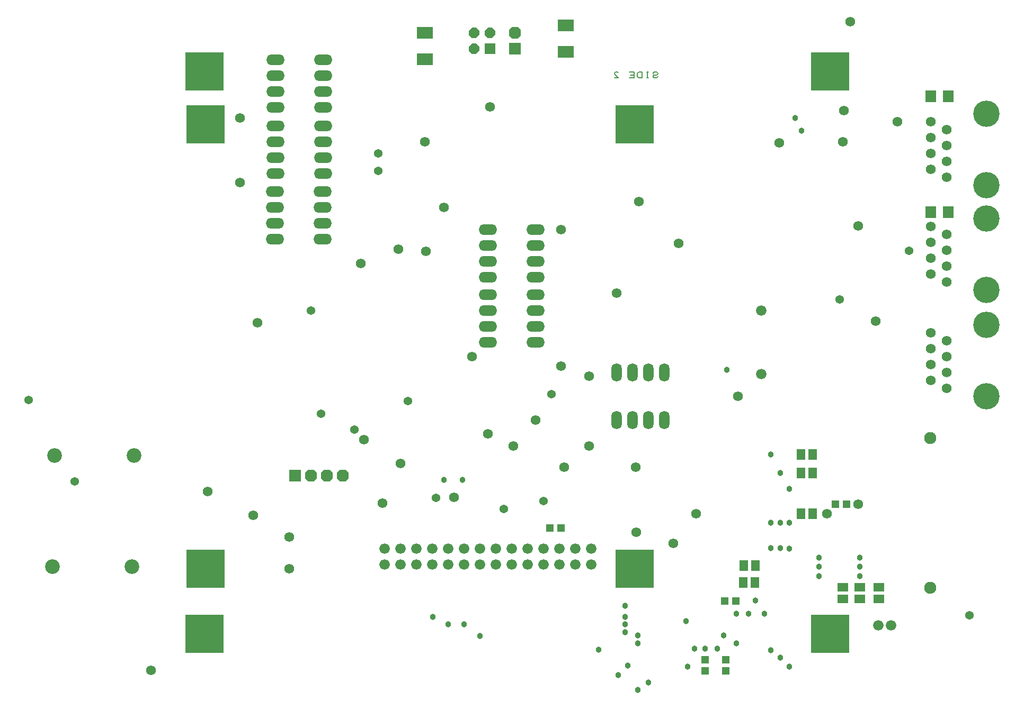
<source format=gbs>
%FSLAX23Y23*%
%MOIN*%
G04 EasyPC Gerber Version 14.0.2 Build 2922 *
%ADD26O,0.06600X0.11600*%
%ADD78R,0.04540X0.04930*%
%ADD75R,0.05700X0.06600*%
%ADD72R,0.06900X0.07690*%
%ADD22R,0.06600X0.06600*%
%ADD20R,0.07600X0.07600*%
%ADD70R,0.24222X0.24222*%
%ADD17C,0.00787*%
%ADD25O,0.11600X0.06600*%
%ADD79R,0.04930X0.04540*%
%ADD76R,0.06600X0.05700*%
%ADD82C,0.03800*%
%ADD81C,0.05400*%
%ADD27C,0.06143*%
%ADD80C,0.06200*%
%ADD77C,0.06600*%
%ADD71C,0.06600*%
%AMT23*0 Octagon Pad at angle 0*4,1,8,-0.01366,-0.03300,0.01366,-0.03300,0.03300,-0.01366,0.03300,0.01366,0.01366,0.03300,-0.01366,0.03300,-0.03300,0.01366,-0.03300,-0.01366,-0.01366,-0.03300,0*%
%ADD23T23*%
%AMT21*0 Octagon Pad at angle 0*4,1,8,-0.01573,-0.03800,0.01573,-0.03800,0.03800,-0.01573,0.03800,0.01573,0.01573,0.03800,-0.01573,0.03800,-0.03800,0.01573,-0.03800,-0.01573,-0.01573,-0.03800,0*%
%ADD21T21*%
%ADD24R,0.09852X0.07588*%
%ADD73C,0.06600*%
%ADD74C,0.07600*%
%ADD29C,0.09200*%
%ADD28C,0.16600*%
X0Y0D02*
D02*
D17*
X4215Y4051D02*
X4211Y4045D01*
X4205Y4042*
X4193*
X4186Y4045*
X4183Y4051*
X4186Y4057*
X4193Y4060*
X4205*
X4211Y4063*
X4215Y4070*
X4211Y4076*
X4205Y4079*
X4193*
X4186Y4076*
X4183Y4070*
X4155Y4042D02*
X4143D01*
X4149D02*
Y4079D01*
X4155D02*
X4143D01*
X4115Y4042D02*
Y4079D01*
X4096*
X4090Y4076*
X4086Y4073*
X4083Y4067*
Y4054*
X4086Y4048*
X4090Y4045*
X4096Y4042*
X4115*
X4065D02*
Y4079D01*
X4033*
X4040Y4060D02*
X4065D01*
Y4042D02*
X4033D01*
X3940D02*
X3965D01*
X3943Y4063*
X3940Y4070*
X3943Y4076*
X3949Y4079*
X3958*
X3965Y4076*
D02*
D70*
X1361Y538D03*
Y4081D03*
X1368Y949D03*
Y3749D03*
X4068Y949D03*
Y3749D03*
X5298Y537D03*
Y4081D03*
D02*
D71*
X2493Y974D03*
Y1074D03*
X2593Y974D03*
Y1074D03*
X2693Y974D03*
Y1074D03*
X2793Y974D03*
Y1074D03*
X2893Y974D03*
Y1074D03*
X2993Y974D03*
Y1074D03*
X3093Y974D03*
Y1074D03*
X3193Y974D03*
Y1074D03*
X3293Y974D03*
Y1074D03*
X3393Y974D03*
Y1074D03*
X3493Y974D03*
Y1074D03*
X3593Y974D03*
Y1074D03*
X3693Y974D03*
Y1074D03*
X3793Y974D03*
Y1074D03*
D02*
D20*
X1930Y1536D03*
X3314Y4226D03*
D02*
D21*
X2030Y1536D03*
X2130D03*
X2230D03*
X3314Y4326D03*
D02*
D22*
X3159Y4226D03*
D02*
D23*
X3059D03*
Y4326D03*
X3159D03*
D02*
D24*
X2747Y4158D03*
Y4324D03*
X3636Y4205D03*
Y4371D03*
D02*
D25*
X1805Y3024D03*
Y3124D03*
Y3224D03*
Y3324D03*
X1809Y3440D03*
Y3540D03*
Y3640D03*
Y3740D03*
Y3855D03*
Y3955D03*
Y4055D03*
Y4155D03*
X2105Y3024D03*
Y3124D03*
Y3224D03*
Y3324D03*
X2109Y3440D03*
Y3540D03*
Y3640D03*
Y3740D03*
Y3855D03*
Y3955D03*
Y4055D03*
Y4155D03*
X3143Y2374D03*
Y2474D03*
Y2574D03*
Y2674D03*
Y2786D03*
Y2886D03*
Y2986D03*
Y3086D03*
X3443Y2374D03*
Y2474D03*
Y2574D03*
Y2674D03*
Y2786D03*
Y2886D03*
Y2986D03*
Y3086D03*
D02*
D26*
X3955Y1886D03*
Y2186D03*
X4055Y1886D03*
Y2186D03*
X4155Y1886D03*
Y2186D03*
X4255Y1886D03*
Y2186D03*
D02*
D27*
X5932Y2136D03*
Y2236D03*
Y2336D03*
Y2436D03*
Y2805D03*
Y2905D03*
Y3005D03*
Y3105D03*
Y3464D03*
Y3564D03*
Y3664D03*
Y3764D03*
X6032Y2086D03*
Y2186D03*
Y2286D03*
Y2386D03*
Y2755D03*
Y2855D03*
Y2955D03*
Y3055D03*
Y3414D03*
Y3514D03*
Y3614D03*
Y3714D03*
D02*
D28*
X6282Y2036D03*
Y2486D03*
Y2705D03*
Y3155D03*
Y3364D03*
Y3814D03*
D02*
D29*
X405Y961D03*
X418Y1661D03*
X905Y961D03*
X918Y1661D03*
D02*
D72*
X5932Y3196D03*
Y3924D03*
X6042Y3196D03*
Y3924D03*
D02*
D73*
X4865Y2176D03*
Y2576D03*
D02*
D74*
X5928Y827D03*
Y1771D03*
D02*
D75*
X4750Y863D03*
X4754Y969D03*
X4825Y863D03*
X4829Y969D03*
X5113Y1296D03*
Y1552D03*
Y1670D03*
X5188Y1296D03*
Y1552D03*
Y1670D03*
D02*
D76*
X5377Y757D03*
Y832D03*
X5485Y757D03*
Y832D03*
X5603Y757D03*
Y832D03*
D02*
D77*
X5600Y591D03*
X5680D03*
D02*
D78*
X3534Y1205D03*
X3604D03*
X4633Y745D03*
X4703D03*
X5332Y1355D03*
X5402D03*
D02*
D79*
X4510Y304D03*
Y374D03*
X4640Y304D03*
Y374D03*
D02*
D80*
X1024Y310D03*
X1380Y1436D03*
X1583Y3383D03*
Y3790D03*
X1668Y1286D03*
X1693Y2499D03*
X1893Y949D03*
Y1149D03*
X2345Y2871D03*
X2365Y1761D03*
X2480Y1361D03*
X2580Y2961D03*
X2593Y1611D03*
X2747Y3637D03*
X2755Y2949D03*
X2868Y3224D03*
X2930Y1399D03*
X3043Y2286D03*
X3143Y1799D03*
X3159Y3857D03*
X3304Y1723D03*
X3443Y1886D03*
X3605Y2224D03*
Y3086D03*
X3625Y1589D03*
X3780Y2161D03*
X3780Y1723D03*
X3955Y2686D03*
X4075Y1589D03*
X4077Y1178D03*
X4093Y3261D03*
X4310Y1107D03*
X4343Y2999D03*
X4455Y1296D03*
X4717Y2034D03*
X4979Y3631D03*
X5278Y1296D03*
X5377Y3639D03*
X5386Y3835D03*
X5423Y4394D03*
X5475Y1355D03*
Y3107D03*
X5583Y2507D03*
X5721Y3766D03*
D02*
D81*
X255Y2011D03*
X543Y1499D03*
X2030Y2574D03*
X2093Y1924D03*
X2305Y1824D03*
X2453Y3455D03*
X2455Y3564D03*
X2640Y2005D03*
X2817Y1394D03*
X3243Y1324D03*
X3493Y1374D03*
X3543Y2049D03*
X5357Y2644D03*
X5794Y2953D03*
X6176Y654D03*
D02*
D82*
X2798Y645D03*
X2869Y1509D03*
X2896Y599D03*
X2983Y1509D03*
X2995Y597D03*
X3093Y524D03*
X3841Y440D03*
X3963Y280D03*
X4008Y548D03*
Y597D03*
Y646D03*
Y715D03*
X4026Y339D03*
X4087Y184D03*
Y479D03*
Y528D03*
X4156Y233D03*
X4392Y617D03*
X4402Y331D03*
X4443Y446D03*
X4510D03*
X4589D03*
X4628Y528D03*
X4648Y2202D03*
X4707Y479D03*
Y666D03*
X4786D03*
X4827Y749D03*
X4884Y666D03*
X4924Y434D03*
Y1079D03*
Y1237D03*
Y1670D03*
X4983Y390D03*
Y1079D03*
Y1237D03*
Y1552D03*
X5042Y331D03*
Y1076D03*
Y1237D03*
Y1453D03*
X5077Y3789D03*
X5117Y3709D03*
X5229Y902D03*
Y961D03*
Y1020D03*
X5485Y902D03*
Y961D03*
Y1020D03*
X0Y0D02*
M02*

</source>
